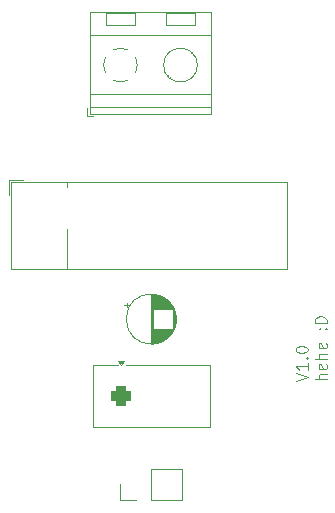
<source format=gbr>
G04 #@! TF.GenerationSoftware,KiCad,Pcbnew,8.0.4*
G04 #@! TF.CreationDate,2024-08-21T23:49:23-07:00*
G04 #@! TF.ProjectId,Physics IA,50687973-6963-4732-9049-412e6b696361,rev?*
G04 #@! TF.SameCoordinates,Original*
G04 #@! TF.FileFunction,Legend,Top*
G04 #@! TF.FilePolarity,Positive*
%FSLAX46Y46*%
G04 Gerber Fmt 4.6, Leading zero omitted, Abs format (unit mm)*
G04 Created by KiCad (PCBNEW 8.0.4) date 2024-08-21 23:49:23*
%MOMM*%
%LPD*%
G01*
G04 APERTURE LIST*
G04 Aperture macros list*
%AMRoundRect*
0 Rectangle with rounded corners*
0 $1 Rounding radius*
0 $2 $3 $4 $5 $6 $7 $8 $9 X,Y pos of 4 corners*
0 Add a 4 corners polygon primitive as box body*
4,1,4,$2,$3,$4,$5,$6,$7,$8,$9,$2,$3,0*
0 Add four circle primitives for the rounded corners*
1,1,$1+$1,$2,$3*
1,1,$1+$1,$4,$5*
1,1,$1+$1,$6,$7*
1,1,$1+$1,$8,$9*
0 Add four rect primitives between the rounded corners*
20,1,$1+$1,$2,$3,$4,$5,0*
20,1,$1+$1,$4,$5,$6,$7,0*
20,1,$1+$1,$6,$7,$8,$9,0*
20,1,$1+$1,$8,$9,$2,$3,0*%
G04 Aperture macros list end*
%ADD10C,0.100000*%
%ADD11C,0.120000*%
%ADD12C,3.200000*%
%ADD13RoundRect,0.412500X-0.412500X-0.412500X0.412500X-0.412500X0.412500X0.412500X-0.412500X0.412500X0*%
%ADD14C,1.650000*%
%ADD15C,2.500000*%
%ADD16R,1.700000X1.700000*%
%ADD17O,1.700000X1.700000*%
%ADD18R,3.000000X3.000000*%
%ADD19C,3.000000*%
%ADD20R,1.200000X1.200000*%
%ADD21C,1.200000*%
G04 APERTURE END LIST*
D10*
X148762475Y-92838972D02*
X149762475Y-92505639D01*
X149762475Y-92505639D02*
X148762475Y-92172306D01*
X149762475Y-91315163D02*
X149762475Y-91886591D01*
X149762475Y-91600877D02*
X148762475Y-91600877D01*
X148762475Y-91600877D02*
X148905332Y-91696115D01*
X148905332Y-91696115D02*
X149000570Y-91791353D01*
X149000570Y-91791353D02*
X149048189Y-91886591D01*
X149667236Y-90886591D02*
X149714856Y-90838972D01*
X149714856Y-90838972D02*
X149762475Y-90886591D01*
X149762475Y-90886591D02*
X149714856Y-90934210D01*
X149714856Y-90934210D02*
X149667236Y-90886591D01*
X149667236Y-90886591D02*
X149762475Y-90886591D01*
X148762475Y-90219925D02*
X148762475Y-90124687D01*
X148762475Y-90124687D02*
X148810094Y-90029449D01*
X148810094Y-90029449D02*
X148857713Y-89981830D01*
X148857713Y-89981830D02*
X148952951Y-89934211D01*
X148952951Y-89934211D02*
X149143427Y-89886592D01*
X149143427Y-89886592D02*
X149381522Y-89886592D01*
X149381522Y-89886592D02*
X149571998Y-89934211D01*
X149571998Y-89934211D02*
X149667236Y-89981830D01*
X149667236Y-89981830D02*
X149714856Y-90029449D01*
X149714856Y-90029449D02*
X149762475Y-90124687D01*
X149762475Y-90124687D02*
X149762475Y-90219925D01*
X149762475Y-90219925D02*
X149714856Y-90315163D01*
X149714856Y-90315163D02*
X149667236Y-90362782D01*
X149667236Y-90362782D02*
X149571998Y-90410401D01*
X149571998Y-90410401D02*
X149381522Y-90458020D01*
X149381522Y-90458020D02*
X149143427Y-90458020D01*
X149143427Y-90458020D02*
X148952951Y-90410401D01*
X148952951Y-90410401D02*
X148857713Y-90362782D01*
X148857713Y-90362782D02*
X148810094Y-90315163D01*
X148810094Y-90315163D02*
X148762475Y-90219925D01*
X151372419Y-92696115D02*
X150372419Y-92696115D01*
X151372419Y-92267544D02*
X150848609Y-92267544D01*
X150848609Y-92267544D02*
X150753371Y-92315163D01*
X150753371Y-92315163D02*
X150705752Y-92410401D01*
X150705752Y-92410401D02*
X150705752Y-92553258D01*
X150705752Y-92553258D02*
X150753371Y-92648496D01*
X150753371Y-92648496D02*
X150800990Y-92696115D01*
X151324800Y-91410401D02*
X151372419Y-91505639D01*
X151372419Y-91505639D02*
X151372419Y-91696115D01*
X151372419Y-91696115D02*
X151324800Y-91791353D01*
X151324800Y-91791353D02*
X151229561Y-91838972D01*
X151229561Y-91838972D02*
X150848609Y-91838972D01*
X150848609Y-91838972D02*
X150753371Y-91791353D01*
X150753371Y-91791353D02*
X150705752Y-91696115D01*
X150705752Y-91696115D02*
X150705752Y-91505639D01*
X150705752Y-91505639D02*
X150753371Y-91410401D01*
X150753371Y-91410401D02*
X150848609Y-91362782D01*
X150848609Y-91362782D02*
X150943847Y-91362782D01*
X150943847Y-91362782D02*
X151039085Y-91838972D01*
X151372419Y-90934210D02*
X150372419Y-90934210D01*
X151372419Y-90505639D02*
X150848609Y-90505639D01*
X150848609Y-90505639D02*
X150753371Y-90553258D01*
X150753371Y-90553258D02*
X150705752Y-90648496D01*
X150705752Y-90648496D02*
X150705752Y-90791353D01*
X150705752Y-90791353D02*
X150753371Y-90886591D01*
X150753371Y-90886591D02*
X150800990Y-90934210D01*
X151324800Y-89648496D02*
X151372419Y-89743734D01*
X151372419Y-89743734D02*
X151372419Y-89934210D01*
X151372419Y-89934210D02*
X151324800Y-90029448D01*
X151324800Y-90029448D02*
X151229561Y-90077067D01*
X151229561Y-90077067D02*
X150848609Y-90077067D01*
X150848609Y-90077067D02*
X150753371Y-90029448D01*
X150753371Y-90029448D02*
X150705752Y-89934210D01*
X150705752Y-89934210D02*
X150705752Y-89743734D01*
X150705752Y-89743734D02*
X150753371Y-89648496D01*
X150753371Y-89648496D02*
X150848609Y-89600877D01*
X150848609Y-89600877D02*
X150943847Y-89600877D01*
X150943847Y-89600877D02*
X151039085Y-90077067D01*
X151277180Y-88410400D02*
X151324800Y-88362781D01*
X151324800Y-88362781D02*
X151372419Y-88410400D01*
X151372419Y-88410400D02*
X151324800Y-88458019D01*
X151324800Y-88458019D02*
X151277180Y-88410400D01*
X151277180Y-88410400D02*
X151372419Y-88410400D01*
X150753371Y-88410400D02*
X150800990Y-88362781D01*
X150800990Y-88362781D02*
X150848609Y-88410400D01*
X150848609Y-88410400D02*
X150800990Y-88458019D01*
X150800990Y-88458019D02*
X150753371Y-88410400D01*
X150753371Y-88410400D02*
X150848609Y-88410400D01*
X151372419Y-87934210D02*
X150372419Y-87934210D01*
X150372419Y-87934210D02*
X150372419Y-87696115D01*
X150372419Y-87696115D02*
X150420038Y-87553258D01*
X150420038Y-87553258D02*
X150515276Y-87458020D01*
X150515276Y-87458020D02*
X150610514Y-87410401D01*
X150610514Y-87410401D02*
X150800990Y-87362782D01*
X150800990Y-87362782D02*
X150943847Y-87362782D01*
X150943847Y-87362782D02*
X151134323Y-87410401D01*
X151134323Y-87410401D02*
X151229561Y-87458020D01*
X151229561Y-87458020D02*
X151324800Y-87553258D01*
X151324800Y-87553258D02*
X151372419Y-87696115D01*
X151372419Y-87696115D02*
X151372419Y-87934210D01*
D11*
X131567402Y-91470000D02*
X131567402Y-96690000D01*
X131567402Y-91470000D02*
X133687402Y-91470000D01*
X131567402Y-96690000D02*
X141487402Y-96690000D01*
X134387402Y-91470000D02*
X141487402Y-91470000D01*
X141487402Y-91470000D02*
X141487402Y-96690000D01*
X133987402Y-91470000D02*
X133747402Y-91140000D01*
X134227402Y-91140000D01*
X133987402Y-91470000D01*
G36*
X133987402Y-91470000D02*
G01*
X133747402Y-91140000D01*
X134227402Y-91140000D01*
X133987402Y-91470000D01*
G37*
X131080000Y-69690000D02*
X131080000Y-70430000D01*
X131080000Y-70430000D02*
X131580000Y-70430000D01*
X131320000Y-61620000D02*
X131320000Y-70190000D01*
X131320000Y-61620000D02*
X141600000Y-61620000D01*
X131320000Y-63530000D02*
X141600000Y-63530000D01*
X131320000Y-68530000D02*
X141600000Y-68530000D01*
X131320000Y-69630000D02*
X141600000Y-69630000D01*
X131320000Y-70190000D02*
X141600000Y-70190000D01*
X132670000Y-61680000D02*
X132670000Y-62680000D01*
X132670000Y-61680000D02*
X135170000Y-61680000D01*
X132670000Y-62680000D02*
X135170000Y-62680000D01*
X135170000Y-61680000D02*
X135170000Y-62680000D01*
X137750000Y-61680000D02*
X137750000Y-62680000D01*
X137750000Y-61680000D02*
X140250000Y-61680000D01*
X137750000Y-62680000D02*
X140250000Y-62680000D01*
X137976000Y-66930000D02*
X137916000Y-66990000D01*
X138130000Y-67125000D02*
X138090000Y-67165000D01*
X139911000Y-64995000D02*
X139871000Y-65035000D01*
X140085000Y-65170000D02*
X140025000Y-65229000D01*
X140250000Y-61680000D02*
X140250000Y-62680000D01*
X141600000Y-61620000D02*
X141600000Y-70190000D01*
X132633389Y-66706746D02*
G75*
G02*
X132634000Y-65452000I1286610J626747D01*
G01*
X133292638Y-64794177D02*
G75*
G02*
X134547000Y-64794000I627362J-1285833D01*
G01*
X133944280Y-67510940D02*
G75*
G02*
X133292000Y-67366000I-24280J1430940D01*
G01*
X134546871Y-67365275D02*
G75*
G02*
X133920000Y-67510000I-626872J1285276D01*
G01*
X135205823Y-65452638D02*
G75*
G02*
X135206000Y-66707000I-1285829J-627362D01*
G01*
X140430000Y-66080000D02*
G75*
G02*
X137570000Y-66080000I-1430000J0D01*
G01*
X137570000Y-66080000D02*
G75*
G02*
X140430000Y-66080000I1430000J0D01*
G01*
X133895000Y-102910000D02*
X133895000Y-101580000D01*
X135225000Y-102910000D02*
X133895000Y-102910000D01*
X136495000Y-102910000D02*
X139095000Y-102910000D01*
X136495000Y-102910000D02*
X136495000Y-100250000D01*
X139095000Y-102910000D02*
X139095000Y-100250000D01*
X136495000Y-100250000D02*
X139095000Y-100250000D01*
X148060000Y-83380000D02*
X148060000Y-75980000D01*
X148060000Y-75980000D02*
X124660000Y-75980000D01*
X129360000Y-79980000D02*
X129360000Y-83380000D01*
X129360000Y-76380000D02*
X129360000Y-75980000D01*
X124660000Y-83380000D02*
X148060000Y-83380000D01*
X124660000Y-75980000D02*
X124660000Y-83380000D01*
X124460000Y-77080000D02*
X124460000Y-75780000D01*
X124460000Y-75780000D02*
X125660000Y-75780000D01*
X134257600Y-86384999D02*
X134657600Y-86385000D01*
X134457599Y-86185000D02*
X134457600Y-86585000D01*
X136527401Y-85500000D02*
X136527401Y-89660000D01*
X136567401Y-85500000D02*
X136567401Y-89660000D01*
X136607401Y-85501000D02*
X136607401Y-89659000D01*
X136647401Y-85503000D02*
X136647401Y-89657000D01*
X136687400Y-85506000D02*
X136687400Y-89654000D01*
X136727401Y-85509000D02*
X136727401Y-86740000D01*
X136727401Y-88420000D02*
X136727401Y-89651000D01*
X136767401Y-85513000D02*
X136767401Y-86740000D01*
X136767401Y-88420000D02*
X136767401Y-89647000D01*
X136807401Y-85518000D02*
X136807401Y-86740000D01*
X136807401Y-88420000D02*
X136807401Y-89642000D01*
X136847400Y-85524000D02*
X136847401Y-86740000D01*
X136847401Y-88420000D02*
X136847400Y-89636000D01*
X136887401Y-85530000D02*
X136887401Y-86740000D01*
X136887401Y-88420000D02*
X136887401Y-89630000D01*
X136927401Y-85537999D02*
X136927401Y-86740000D01*
X136927401Y-88420000D02*
X136927401Y-89622001D01*
X136967401Y-85546000D02*
X136967401Y-86740000D01*
X136967401Y-88420000D02*
X136967401Y-89614000D01*
X137007401Y-85555000D02*
X137007401Y-86740000D01*
X137007401Y-88420000D02*
X137007401Y-89605000D01*
X137047401Y-85564000D02*
X137047401Y-86740000D01*
X137047401Y-88420000D02*
X137047401Y-89596000D01*
X137087401Y-85574999D02*
X137087401Y-86740000D01*
X137087401Y-88420000D02*
X137087401Y-89585001D01*
X137127401Y-85586000D02*
X137127401Y-86740000D01*
X137127401Y-88420000D02*
X137127401Y-89574000D01*
X137167401Y-85597999D02*
X137167401Y-86740000D01*
X137167401Y-88420000D02*
X137167401Y-89562001D01*
X137207401Y-85611999D02*
X137207401Y-86740000D01*
X137207401Y-88420000D02*
X137207401Y-89548001D01*
X137248401Y-85626000D02*
X137248401Y-86740000D01*
X137248401Y-88420000D02*
X137248401Y-89534000D01*
X137288401Y-85640000D02*
X137288401Y-86740000D01*
X137288401Y-88420000D02*
X137288401Y-89520000D01*
X137328401Y-85656000D02*
X137328401Y-86740000D01*
X137328401Y-88420000D02*
X137328401Y-89504000D01*
X137368401Y-85673000D02*
X137368401Y-86740000D01*
X137368401Y-88420000D02*
X137368401Y-89487000D01*
X137408401Y-85691000D02*
X137408401Y-86740000D01*
X137408401Y-88420000D02*
X137408401Y-89469000D01*
X137448401Y-85710000D02*
X137448401Y-86740000D01*
X137448401Y-88420000D02*
X137448401Y-89450000D01*
X137488401Y-85729000D02*
X137488401Y-86740000D01*
X137488401Y-88420000D02*
X137488401Y-89431000D01*
X137528401Y-85750000D02*
X137528401Y-86740000D01*
X137528401Y-88420000D02*
X137528401Y-89410000D01*
X137568401Y-85772000D02*
X137568401Y-86740000D01*
X137568401Y-88420000D02*
X137568401Y-89388000D01*
X137608401Y-85795000D02*
X137608401Y-86740000D01*
X137608401Y-88420000D02*
X137608401Y-89365000D01*
X137648401Y-85820001D02*
X137648401Y-86740000D01*
X137648401Y-88420000D02*
X137648401Y-89339999D01*
X137688401Y-85845000D02*
X137688401Y-86740000D01*
X137688401Y-88420000D02*
X137688401Y-89315000D01*
X137728401Y-85872001D02*
X137728401Y-86740000D01*
X137728401Y-88420000D02*
X137728401Y-89287999D01*
X137768401Y-85900000D02*
X137768401Y-86740000D01*
X137768401Y-88420000D02*
X137768401Y-89260000D01*
X137808401Y-85930000D02*
X137808401Y-86740000D01*
X137808401Y-88420000D02*
X137808401Y-89230000D01*
X137848401Y-85961000D02*
X137848401Y-86740000D01*
X137848401Y-88420000D02*
X137848401Y-89199000D01*
X137888402Y-85993000D02*
X137888401Y-86740000D01*
X137888401Y-88420000D02*
X137888402Y-89167000D01*
X137928401Y-86028000D02*
X137928401Y-86740000D01*
X137928401Y-88420000D02*
X137928401Y-89132000D01*
X137968401Y-86064000D02*
X137968401Y-86740000D01*
X137968401Y-88420000D02*
X137968401Y-89096000D01*
X138008401Y-86102000D02*
X138008401Y-86740000D01*
X138008401Y-88420000D02*
X138008401Y-89058000D01*
X138048401Y-86142000D02*
X138048401Y-86740000D01*
X138048401Y-88420000D02*
X138048401Y-89018000D01*
X138088401Y-86183999D02*
X138088401Y-86740000D01*
X138088401Y-88420000D02*
X138088401Y-88976001D01*
X138128401Y-86229000D02*
X138128401Y-86740000D01*
X138128401Y-88420000D02*
X138128401Y-88931000D01*
X138168401Y-86276000D02*
X138168401Y-86740000D01*
X138168401Y-88420000D02*
X138168401Y-88884000D01*
X138208401Y-86326000D02*
X138208401Y-86740000D01*
X138208401Y-88420000D02*
X138208401Y-88834000D01*
X138248401Y-86379999D02*
X138248401Y-86740000D01*
X138248401Y-88420000D02*
X138248401Y-88780001D01*
X138288401Y-86438000D02*
X138288401Y-86740000D01*
X138288401Y-88420000D02*
X138288401Y-88722000D01*
X138328401Y-86500000D02*
X138328401Y-86740000D01*
X138328401Y-88420000D02*
X138328401Y-88660000D01*
X138368401Y-86567000D02*
X138368401Y-88593000D01*
X138408401Y-86640000D02*
X138408401Y-88520000D01*
X138448401Y-86721000D02*
X138448401Y-88439000D01*
X138488401Y-86812000D02*
X138488401Y-88348000D01*
X138528401Y-86916001D02*
X138528401Y-88243999D01*
X138568401Y-87043000D02*
X138568401Y-88117000D01*
X138608401Y-87209999D02*
X138608401Y-87950001D01*
X138647401Y-87580000D02*
G75*
G02*
X134407401Y-87580000I-2120000J0D01*
G01*
X134407401Y-87580000D02*
G75*
G02*
X138647401Y-87580000I2120000J0D01*
G01*
%LPC*%
D12*
X124000000Y-102500000D03*
X149000000Y-102500000D03*
X124000000Y-62500000D03*
X149000000Y-62500000D03*
D13*
X133987402Y-94080000D03*
D14*
X136527402Y-94080000D03*
X139067402Y-94080000D03*
D15*
X133920000Y-66080000D03*
X139000000Y-66080000D03*
D16*
X135225000Y-101580000D03*
D17*
X137765000Y-101580000D03*
D18*
X144000000Y-78080000D03*
D19*
X138920000Y-78080000D03*
X133840000Y-78080000D03*
X128760000Y-78080000D03*
D20*
X135527401Y-87580000D03*
D21*
X137527402Y-87580000D03*
%LPD*%
M02*

</source>
